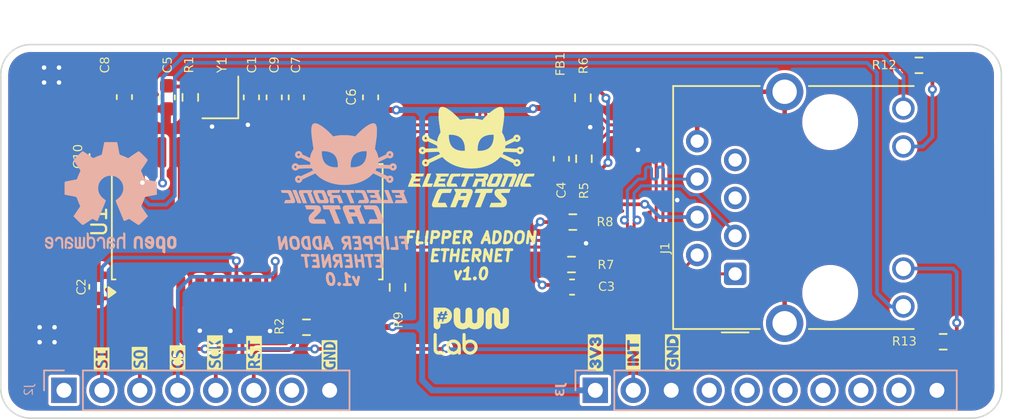
<source format=kicad_pcb>
(kicad_pcb (version 20241229) (generator "pcbnew") (generator_version "9.0")
  (layers (0 "F.Cu" signal) (2 "B.Cu" signal) (13 "F.Paste" user) (15 "B.Paste" user) (5 "F.SilkS" user "F.Silkscreen") (7 "B.SilkS" user "B.Silkscreen") (1 "F.Mask" user) (3 "B.Mask" user) (25 "Edge.Cuts" user))
  (net 0 "")
  (net 1 "GND")
  (net 2 "Net-(C3-Pad1)")
  (net 3 "/TCT")
  (net 4 "/OSC1")
  (net 5 "+3.3V")
  (net 6 "/CS")
  (net 8 "/INT")
  (net 9 "/SO")
  (net 10 "Net-(J1-Pad11)")
  (net 12 "Net-(J1-Pad10)")
  (net 13 "/LEDA")
  (net 14 "/LEDB")
  (net 15 "/OSC2")
  (net 16 "Net-(C5-Pad1)")
  (net 18 "/RD+")
  (net 19 "/TD-")
  (net 20 "/TD+")
  (net 21 "/RD-")
  (net 23 "/SCK")
  (net 24 "/SI")
  (net 31 "/RESET")
  (net 32 "Net-(J1-Pad8)")
  (net 33 "Net-(U1-VCAP)")
  (net 34 "Net-(U1-RBIAS)")
  (footprint "Package_SO:SOIC-28W_7.5x17.9mm_P1.27mm" (layer "F.Cu") (at 132.525 56.99 90)
    (property "Reference" "U1")
    (property "Value" "ENC28J60x-SO")
  )
  (footprint "kibuzzard-684C6B2A" (layer "F.Cu") (at 132.98 65.810802 90)
    (property "Reference" "kibuzzard-684C6B2A" (hide yes))
    (property "Value" "G***" (hide yes))
  )
  (footprint "Capacitor_SMD:C_0603_1608Metric" (layer "F.Cu") (at 132.805 48.665 90)
    (property "Reference" "C1")
    (property "Value" "18pF")
  )
  (footprint "kibuzzard-6706FBB6" (layer "F.Cu") (at 160.99 65.76 90)
    (property "Reference" "kibuzzard-6706FBB6" (hide yes))
    (property "Value" "G***" (hide yes))
  )
  (footprint "CatSniffer:calderon" (layer "F.Cu") (at 147.52 64.31)
    (property "Reference" "G***" (hide yes))
    (property "Value" "LOGO" (hide yes))
  )
  (footprint "Resistor_SMD:R_0603_1608Metric" (layer "F.Cu") (at 177.48 46.52 180)
    (property "Reference" "R12")
    (property "Value" "51R")
  )
  (footprint "Capacitor_SMD:C_0603_1608Metric" (layer "F.Cu") (at 140.78 48.665 90)
    (property "Reference" "C6")
    (property "Value" "0.1uF")
  )
  (footprint "Crystal:Crystal_SMD_SeikoEpson_FA128-4Pin_2.0x1.6mm" (layer "F.Cu") (at 130.725 48.665 90)
    (property "Reference" "Y1")
    (property "Value" "25MHz" (hide yes))
  )
  (footprint "kibuzzard-6706FC38" (layer "F.Cu") (at 158.35 65.76 90)
    (property "Reference" "kibuzzard-6706FC38" (hide yes))
    (property "Value" "G***" (hide yes))
  )
  (footprint "kibuzzard-684C6B5F" (layer "F.Cu") (at 122.78 66.196801 90)
    (property "Reference" "kibuzzard-684C6B5F" (hide yes))
    (property "Value" "G***" (hide yes))
  )
  (footprint "Resistor_SMD:R_0603_1608Metric" (layer "F.Cu") (at 155.06 52.77 -90)
    (property "Reference" "R5")
    (property "Value" "49.9R")
  )
  (footprint "Capacitor_SMD:C_0603_1608Metric" (layer "F.Cu") (at 122.48 52.6 -90)
    (property "Reference" "C10")
    (property "Value" "0.1uF")
  )
  (footprint "Resistor_SMD:R_0603_1608Metric" (layer "F.Cu") (at 142.585 61.38 90)
    (property "Reference" "R9")
    (property "Value" "2.32K")
  )
  (footprint "kibuzzard-684C6B3B" (layer "F.Cu") (at 130.36 65.792709 90)
    (property "Reference" "kibuzzard-684C6B3B" (hide yes))
    (property "Value" "G***" (hide yes))
  )
  (footprint "Capacitor_SMD:C_0603_1608Metric" (layer "F.Cu") (at 134.33 48.665 -90)
    (property "Reference" "C9")
    (property "Value" "0.1uF")
  )
  (footprint "Resistor_SMD:R_0603_1608Metric" (layer "F.Cu") (at 128.715 48.665 -90)
    (property "Reference" "R1")
    (property "Value" "100R")
  )
  (footprint "Capacitor_SMD:C_0603_1608Metric" (layer "F.Cu") (at 124.305 48.645 -90)
    (property "Reference" "C8")
    (property "Value" "0.1uF")
  )
  (footprint "Resistor_SMD:R_0603_1608Metric" (layer "F.Cu") (at 136.49 64.05 180)
    (property "Reference" "R2")
    (property "Value" "10K")
  )
  (footprint "Capacitor_SMD:C_0603_1608Metric" (layer "F.Cu") (at 154.265 61.36)
    (property "Reference" "C3")
    (property "Value" "0.1uF")
  )
  (footprint "Capacitor_SMD:C_0603_1608Metric" (layer "F.Cu") (at 153.55 52.775 90)
    (property "Reference" "C4")
    (property "Value" "0.1uF")
  )
  (footprint "Connector_RJ:RJ45_Hanrun_HR911105A_Horizontal" (layer "F.Cu") (at 165.18 60.475 90)
    (property "Reference" "J1")
    (property "Value" "RJ45_Hanrun_HR911105A_Horizontal")
  )
  (footprint "kibuzzard-684C6B35" (layer "F.Cu") (at 138.03 65.956198 90)
    (property "Reference" "kibuzzard-684C6B35" (hide yes))
    (property "Value" "G***" (hide yes))
  )
  (footprint "kibuzzard-6706FE25" (layer "F.Cu") (at 155.83 65.76 90)
    (property "Reference" "kibuzzard-6706FE25" (hide yes))
    (property "Value" "G***" (hide yes))
  )
  (footprint "Capacitor_SMD:C_0603_1608Metric" (layer "F.Cu") (at 122.465 61.345 90)
    (property "Reference" "C2")
    (property "Value" "10uF")
  )
  (footprint "Capacitor_SMD:C_0603_1608Metric" (layer "F.Cu") (at 135.81 48.665 90)
    (property "Reference" "C7")
    (property "Value" "0.1uF")
  )
  (footprint "FLIPPER_ETHERNET:BLM18SP221SN1B" (layer "F.Cu") (at 153.49 48.7 90)
    (property "Reference" "FB1")
    (property "Value" "FerriteBead 80 mA" (hide yes))
  )
  (footprint "Resistor_SMD:R_0603_1608Metric" (layer "F.Cu") (at 154.315 57.01)
    (property "Reference" "R8")
    (property "Value" "49.9R")
  )
  (footprint "Resistor_SMD:R_0603_1608Metric" (layer "F.Cu") (at 179.1 65.02 180)
    (property "Reference" "R13")
    (property "Value" "51R")
  )
  (footprint "Resistor_SMD:R_0603_1608Metric" (layer "F.Cu") (at 154.99 48.695 -90)
    (property "Reference" "R6")
    (property "Value" "49.9R")
  )
  (footprint "Resistor_SMD:R_0603_1608Metric" (layer "F.Cu") (at 154.225 59.85 180)
    (property "Reference" "R7")
    (property "Value" "49.9R")
  )
  (footprint "kibuzzard-684C6B44" (layer "F.Cu") (at 125.32 66.18 90)
    (property "Reference" "kibuzzard-684C6B44" (hide yes))
    (property "Value" "G***" (hide yes))
  )
  (footprint "Capacitor_SMD:C_0603_1608Metric" (layer "F.Cu") (at 127.165 48.665 -90)
    (property "Reference" "C5")
    (property "Value" "18pF")
  )
  (footprint "kibuzzard-684C6B3F" (layer "F.Cu") (at 127.86 66.12615 90)
    (property "Reference" "kibuzzard-684C6B3F" (hide yes))
    (property "Value" "G***" (hide yes))
  )
  (footprint "Aesthetics:electronic_cats_logo_8x6" (layer "F.Cu") (at 147.51887 52.66)
    (property "Reference" "G***" (hide yes))
    (property "Value" "LOGO" (hide yes))
  )
  (footprint "Symbol:OSHW-Logo2_9.8x8mm_SilkScreen" (layer "B.Cu") (at 123.39 55.37 180)
    (property "Reference" "REF**" (hide yes))
    (property "Value" "OSHW-Logo2_9.8x8mm_SilkScreen" (hide yes))
  )
  (footprint "Aesthetics:electronic_cats_logo_8x6" (layer "B.Cu") (at 139.016875 53.76 180)
    (property "Reference" "G***" (hide yes))
    (property "Value" "LOGO" (hide yes))
  )
  (footprint "Connector_PinHeader_2.54mm:PinHeader_1x08_P2.54mm_Vertical" (layer "B.Cu") (at 120.26 68.27 -90)
    (property "Reference" "J2")
    (property "Value" "Conn_01x08_Socket")
  )
  (footprint "Connector_PinHeader_2.54mm:PinHeader_1x10_P2.54mm_Vertical" (layer "B.Cu") (at 155.82 68.27 -90)
    (property "Reference" "J3")
    (property "Value" "Conn_01x10_Socket")
  )
  (gr_line (start 180.9888 45.13) (end 118.0476 45.13) (stroke (width 0.1)) (layer "Edge.Cuts"))
  (gr_arc (start 180.9888 45.13) (mid 182.40768 45.71772) (end 182.9954 47.1366) (stroke (width 0.1)) (layer "Edge.Cuts"))
  (gr_line (start 181.03 70.13) (end 118.03 70.13) (stroke (width 0.1)) (layer "Edge.Cuts"))
  (gr_line (start 116.03 68.13) (end 116.0334 47.1366) (stroke (width 0.1)) (layer "Edge.Cuts"))
  (gr_arc (start 116.0334 47.1366) (mid 116.62112 45.71772) (end 118.04 45.13) (stroke (width 0.1)) (layer "Edge.Cuts"))
  (gr_arc (start 118.03 70.13) (mid 116.615786 69.544214) (end 116.03 68.13) (stroke (width 0.1)) (layer "Edge.Cuts"))
  (gr_arc (start 183.03 68.13) (mid 182.444214 69.544214) (end 181.03 70.13) (stroke (width 0.1)) (layer "Edge.Cuts"))
  (gr_line (start 183.03 68.13) (end 182.9954 47.1366) (stroke (width 0.1)) (layer "Edge.Cuts"))
  (gr_text "FLIPPER ADDON\nETHERNET\nv1.0" (at 147.471995 59.27 0) (layer "F.SilkS") (effects (font (size 0.75 0.75) (thickness 0.1875) (bold yes) (italic yes))))
  (gr_text "FLIPPER ADDON\nETHERNET\nv1.0" (at 138.97 59.65 0) (layer "B.SilkS") (effects (font (size 0.75 0.75) (thickness 0.1875) (bold yes) (italic yes)) (justify mirror)))
  (segment (start 132.57 50.5) (end 132.66 50.59) (width 0.4) (layer "F.Cu") (net 1))
  (segment (start 132.96 50.59) (end 133.16 50.79) (width 0.4) (layer "F.Cu") (net 1))
  (segment (start 132.66 50.59) (end 132.96 50.59) (width 0.4) (layer "F.Cu") (net 1))
  (segment (start 133.16 50.79) (end 133.16 52.34) (width 0.4) (layer "F.Cu") (net 1))
  (segment (start 131.89 51.18) (end 132.57 50.5) (width 0.4) (layer "F.Cu") (net 1))
  (segment (start 131.89 52.34) (end 131.89 51.18) (width 0.4) (layer "F.Cu") (net 1))
  (via (at 132.57 50.5) (size 0.6) (drill 0.3) (layers "F.Cu" "B.Cu") (net 1))
  (via (at 155.48 50.66) (size 0.6) (drill 0.3) (layers "F.Cu" "B.Cu") (net 1))
  (via (at 134.05 64.3) (size 0.6) (drill 0.3) (layers "F.Cu" "B.Cu") (net 1))
  (via (at 119.93 46.67) (size 0.6) (drill 0.3) (layers "F.Cu" "B.Cu") (net 1))
  (via (at 119.63 64.05) (size 0.6) (drill 0.3) (layers "F.Cu" "B.Cu") (net 1))
  (via (at 118.63 65.05) (size 0.6) (drill 0.3) (layers "F.Cu" "B.Cu") (net 1))
  (via (at 119.93 47.67) (size 0.6) (drill 0.3) (layers "F.Cu" "B.Cu") (net 1))
  (via (at 161.3 55.54) (size 0.6) (drill 0.3) (layers "F.Cu" "B.Cu") (net 1))
  (via (at 158.68 52.18) (size 0.6) (drill 0.3) (layers "F.Cu" "B.Cu") (net 1))
  (via (at 130.17 50.62) (size 0.6) (drill 0.3) (layers "F.Cu" "B.Cu") (net 1))
  (via (at 155.2 58.43) (size 0.6) (drill 0.3) (layers "F.Cu" "B.Cu") (net 1))
  (via (at 131.4 64.29) (size 0.6) (drill 0.3) (layers "F.Cu" "B.Cu") (net 1))
  (via (at 129.35 64.28) (size 0.6) (drill 0.3) (layers "F.Cu" "B.Cu") (net 1))
  (via (at 118.93 46.67) (size 0.6) (drill 0.3) (layers "F.Cu" "B.Cu") (net 1))
  (via (at 118.93 47.67) (size 0.6) (drill 0.3) (layers "F.Cu" "B.Cu") (net 1))
  (via (at 119.63 65.05) (size 0.6) (drill 0.3) (layers "F.Cu" "B.Cu") (net 1))
  (via (at 118.63 64.05) (size 0.6) (drill 0.3) (layers "F.Cu" "B.Cu") (net 1))
  (segment (start 153.35 61.22) (end 153.49 61.36) (width 0.25) (layer "F.Cu") (net 2))
  (segment (start 153.49 59.94) (end 153.4 59.85) (width 0.25) (layer "F.Cu") (net 2))
  (segment (start 152.16 57.01) (end 152.14 56.99) (width 0.25) (layer "F.Cu") (net 2))
  (segment (start 153.49 57.01) (end 152.16 57.01) (width 0.25) (layer "F.Cu") (net 2))
  (segment (start 152.27 61.22) (end 153.35 61.22) (width 0.25) (layer "F.Cu") (net 2))
  (segment (start 153.49 61.36) (end 153.49 59.94) (width 0.25) (layer "F.Cu") (net 2))
  (via (at 152.27 61.22) (size 0.6) (drill 0.3) (layers "F.Cu" "B.Cu") (net 2))
  (via (at 152.14 56.99) (size 0.6) (drill 0.3) (layers "F.Cu" "B.Cu") (net 2))
  (segment (start 151.8 57.33) (end 152.14 56.99) (width 0.25) (layer "B.Cu") (net 2))
  (segment (start 152.27 61.22) (end 151.8 60.75) (width 0.25) (layer "B.Cu") (net 2))
  (segment (start 151.8 60.75) (end 151.8 57.33) (width 0.25) (layer "B.Cu") (net 2))
  (segment (start 154.835 48.025) (end 154.99 47.87) (width 0.25) (layer "F.Cu") (net 3))
  (segment (start 155.06 53.595) (end 156.105 53.595) (width 0.25) (layer "F.Cu") (net 3))
  (segment (start 156.105 53.595) (end 156.67 53.03) (width 0.25) (layer "F.Cu") (net 3))
  (segment (start 155.75 47.87) (end 154.99 47.87) (width 0.25) (layer "F.Cu") (net 3))
  (segment (start 153.49 48.025) (end 154.835 48.025) (width 0.25) (layer "F.Cu") (net 3))
  (segment (start 155.015 53.55) (end 155.06 53.595) (width 0.25) (layer "F.Cu") (net 3))
  (segment (start 159.13 55.82) (end 155.66 55.82) (width 0.25) (layer "F.Cu") (net 3))
  (segment (start 156.53 48.72) (end 156.53 48.65) (width 0.25) (layer "F.Cu") (net 3))
  (segment (start 155.66 55.82) (end 155.06 55.22) (width 0.25) (layer "F.Cu") (net 3))
  (segment (start 155.06 55.22) (end 155.06 53.595) (width 0.25) (layer "F.Cu") (net 3))
  (segment (start 153.55 53.55) (end 155.015 53.55) (width 0.25) (layer "F.Cu") (net 3))
  (segment (start 156.53 48.65) (end 155.75 47.87) (width 0.25) (layer "F.Cu") (net 3))
  (via (at 159.13 55.82) (size 0.6) (drill 0.3) (layers "F.Cu" "B.Cu") (net 3))
  (via (at 156.53 48.72) (size 0.6) (drill 0.3) (layers "F.Cu" "B.Cu") (net 3))
  (via (at 156.67 53.03) (size 0.6) (drill 0.3) (layers "F.Cu" "B.Cu") (net 3))
  (segment (start 156.53 48.72) (end 156.67 48.86) (width 0.25) (layer "B.Cu") (net 3))
  (segment (start 162.64 56.675) (end 160.125 56.675) (width 0.25) (layer "B.Cu") (net 3))
  (segment (start 156.67 48.86) (end 156.67 53.03) (width 0.25) (layer "B.Cu") (net 3))
  (segment (start 160.125 56.675) (end 159.27 55.82) (width 0.25) (layer "B.Cu") (net 3))
  (segment (start 159.27 55.82) (end 159.13 55.82) (width 0.25) (layer "B.Cu") (net 3))
  (segment (start 131.3 50.635001) (end 131.3 49.39) (width 0.25) (layer "F.Cu") (net 4))
  (segment (start 132.755 49.39) (end 132.805 49.44) (width 0.25) (layer "F.Cu") (net 4))
  (segment (start 130.62 52.34) (end 130.62 51.315001) (width 0.25) (layer "F.Cu") (net 4))
  (segment (start 131.3 49.39) (end 132.755 49.39) (width 0.25) (layer "F.Cu") (net 4))
  (segment (start 130.62 51.315001) (end 131.3 50.635001) (width 0.25) (layer "F.Cu") (net 4))
  (segment (start 137.315 64.05) (end 137.33 64.035) (width 0.4) (layer "F.Cu") (net 5))
  (segment (start 123.25 57.02) (end 122.48 56.25) (width 0.4) (layer "F.Cu") (net 5))
  (segment (start 128.08 56.51) (end 128.1 56.51) (width 0.4) (layer "F.Cu") (net 5))
  (segment (start 133.806353 57.02) (end 128.61 57.02) (width 0.4) (layer "F.Cu") (net 5))
  (segment (start 134.33 49.44) (end 134.33 52.24) (width 0.4) (layer "F.Cu") (net 5))
  (segment (start 124.305 52.305) (end 124.27 52.34) (width 0.4) (layer "F.Cu") (net 5))
  (segment (start 153.49 49.375) (end 151.705 49.375) (width 0.4) (layer "F.Cu") (net 5))
  (segment (start 123.235 53.375) (end 124.27 52.34) (width 0.4) (layer "F.Cu") (net 5))
  (segment (start 140.85 49.51) (end 140.78 49.44) (width 0.4) (layer "F.Cu") (net 5))
  (segment (start 142.5 49.51) (end 140.85 49.51) (width 0.4) (layer "F.Cu") (net 5))
  (segment (start 127.62 57.02) (end 123.25 57.02) (width 0.4) (layer "F.Cu") (net 5))
  (segment (start 122.48 53.375) (end 123.235 53.375) (width 0.4) (layer "F.Cu") (net 5))
  (segment (start 124.305 49.42) (end 124.305 52.305) (width 0.4) (layer "F.Cu") (net 5))
  (segment (start 128.08 56.92) (end 128.18 57.02) (width 0.4) (layer "F.Cu") (net 5))
  (segment (start 128.18 57.02) (end 127.62 57.02) (width 0.4) (layer "F.Cu") (net 5))
  (segment (start 134.33 52.24) (end 134.43 52.34) (width 0.4) (layer "F.Cu") (net 5))
  (segment (start 134.43 52.34) (end 134.43 56.396353) (width 0.4) (layer "F.Cu") (net 5))
  (segment (start 128.1 56.54) (end 127.62 57.02) (width 0.4) (layer "F.Cu") (net 5))
  (segment (start 128.61 57.02) (end 128.18 57.02) (width 0.4) (layer "F.Cu") (net 5))
  (segment (start 135.7 52.34) (end 135.7 49.55) (width 0.4) (layer "F.Cu") (net 5))
  (segment (start 128.08 56.51) (end 128.08 56.92) (width 0.4) (layer "F.Cu") (net 5))
  (segment (start 137.33 64.035) (end 142.225 64.035) (width 0.4) (layer "F.Cu") (net 5))
  (segment (start 134.43 56.396353) (end 133.806353 57.02) (width 0.4) (layer "F.Cu") (net 5))
  (segment (start 128.1 56.51) (end 128.61 57.02) (width 0.4) (layer "F.Cu") (net 5))
  (segment (start 128.1 56.51) (end 128.1 56.54) (width 0.4) (layer "F.Cu") (net 5))
  (segment (start 151.705 49.375) (end 151.66 49.42) (width 0.4) (layer "F.Cu") (net 5))
  (segment (start 135.7 49.55) (end 135.81 49.44) (width 0.4) (layer "F.Cu") (net 5))
  (segment (start 142.225 64.035) (end 142.25 64.01) (width 0.4) (layer "F.Cu") (net 5))
  (segment (start 140.78 52.34) (end 140.78 49.44) (width 0.4) (layer "F.Cu") (net 5))
  (segment (start 122.48 56.25) (end 122.48 53.375) (width 0.4) (layer "F.Cu") (net 5))
  (segment (start 140.78 49.44) (end 134.33 49.44) (width 0.4) (layer "F.Cu") (net 5))
  (segment (start 128.08 52.34) (end 128.08 56.51) (width 0.4) (layer "F.Cu") (net 5))
  (via (at 142.5 49.51) (size 0.6) (drill 0.3) (layers "F.Cu" "B.Cu") (net 5))
  (via (at 142.25 64.01) (size 0.6) (drill 0.3) (layers "F.Cu" "B.Cu") (net 5))
  (via (at 151.66 49.42) (size 0.6) (drill 0.3) (layers "F.Cu" "B.Cu") (net 5))
  (segment (start 144.23 49.87) (end 144.49 49.61) (width 0.4) (layer "B.Cu") (net 5))
  (segment (start 144.9 68.27) (end 144.23 67.6) (width 0.4) (layer "B.Cu") (net 5))
  (segment (start 143.81 63.99) (end 143.89 63.99) (width 0.4) (layer "B.Cu") (net 5))
  (segment (start 144.23 67.6) (end 144.23 64.36) (width 0.4) (layer "B.Cu") (net 5))
  (segment (start 144.23 63.65) (end 144.23 49.87) (width 0.4) (layer "B.Cu") (net 5))
  (segment (start 144.22 49.51) (end 144.49 49.51) (width 0.4) (layer "B.Cu") (net 5))
  (segment (start 142.25 64.01) (end 142.27 63.99) (width 0.4) (layer "B.Cu") (net 5))
  (segment (start 144.23 64.36) (end 144.23 63.99) (width 0.4) (layer "B.Cu") (net 5))
  (segment (start 143.86 63.99) (end 144.23 64.36) (width 0.4) (layer "B.Cu") (net 5))
  (segment (start 142.5 49.51) (end 143.87 49.51) (width 0.4) (layer "B.Cu") (net 5))
  (segment (start 144.23 49.87) (end 144.23 49.52) (width 0.4) (layer "B.Cu") (net 5))
  (segment (start 143.81 63.99) (end 144.23 63.99) (width 0.4) (layer "B.Cu") (net 5))
  (segment (start 143.89 63.99) (end 144.23 63.65) (width 0.4) (layer "B.Cu") (net 5))
  (segment (start 144.23 49.87) (end 143.87 49.51) (width 0.4) (layer "B.Cu") (net 5))
  (segment (start 142.27 63.99) (end 143.81 63.99) (width 0.4) (layer "B.Cu") (net 5))
  (segment (start 155.82 68.27) (end 144.9 68.27) (width 0.4) (layer "B.Cu") (net 5))
  (segment (start 144.49 49.51) (end 151.57 49.51) (width 0.4) (layer "B.Cu") (net 5))
  (segment (start 151.57 49.51) (end 151.66 49.42) (width 0.4) (layer "B.Cu") (net 5))
  (segment (start 144.23 49.52) (end 144.22 49.51) (width 0.4) (layer "B.Cu") (net 5))
  (segment (start 143.81 63.99) (end 143.86 63.99) (width 0.4) (layer "B.Cu") (net 5))
  (segment (start 143.87 49.51) (end 144.22 49.51) (width 0.4) (layer "B.Cu") (net 5))
  (segment (start 144.49 49.61) (end 144.49 49.51) (width 0.4) (layer "B.Cu") (net 5))
  (segment (start 144.23 63.99) (end 144.23 63.65) (width 0.4) (layer "B.Cu") (net 5))
  (segment (start 134.43 59.66) (end 134.4 59.63) (width 0.25) (layer "F.Cu") (net 6))
  (segment (start 134.43 61.64) (end 134.43 59.66) (width 0.25) (layer "F.Cu") (net 6))
  (via (at 134.4 59.63) (size 0.6) (drill 0.3) (layers "F.Cu" "B.Cu") (net 6))
  (segment (start 127.88 68.27) (end 127.88 61.57) (width 0.25) (layer "B.Cu") (net 6))
  (segment (start 134.4 60.29) (end 134.4 59.63) (width 0.25) (layer "B.Cu") (net 6))
  (segment (start 127.88 61.57) (end 128.78 60.67) (width 0.25) (layer "B.Cu") (net 6))
  (segment (start 128.78 60.67) (end 134.02 60.67) (width 0.25) (layer "B.Cu") (net 6))
  (segment (start 134.02 60.67) (end 134.4 60.29) (width 0.25) (layer "B.Cu") (net 6))
  (segment (start 145.81 65.47) (end 145.78 65.5) (width 0.25) (layer "F.Cu") (net 8))
  (segment (start 129.7 65.5) (end 128.62 65.5) (width 0.25) (layer "F.Cu") (net 8))
  (segment (start 128.08 64.96) (end 128.08 61.64) (width 0.25) (layer "F.Cu") (net 8))
  (segment (start 145.78 65.5) (end 137.04 65.5) (width 0.25) (layer "F.Cu") (net 8))
  (segment (start 128.62 65.5) (end 128.08 64.96) (width 0.25) (layer "F.Cu") (net 8))
  (via (at 145.81 65.47) (size 0.6) (drill 0.3) (layers "F.Cu" "B.Cu") (net 8))
  (via (at 129.7 65.5) (size 0.6) (drill 0.3) (layers "F.Cu" "B.Cu") (net 8))
  (via (at 137.04 65.5) (size 0.6) (drill 0.3) (layers "F.Cu" "B.Cu") (net 8))
  (segment (start 158.36 68.27) (end 158.36 65.97) (width 0.25) (layer "B.Cu") (net 8))
  (segment (start 145.86 65.52) (end 145.81 65.47) (width 0.25) (layer "B.Cu") (net 8))
  (segment (start 158.36 65.97) (end 157.91 65.52) (width 0.25) (layer "B.Cu") (net 8))
  (segment (start 157.91 65.52) (end 145.86 65.52) (width 0.25) (layer "B.Cu") (net 8))
  (segment (start 137.04 65.5) (end 129.7 65.5) (width 0.25) (layer "B.Cu") (net 8))
  (segment (start 130.005 66.175) (end 130.62 65.56) (width 0.25) (layer "F.Cu") (net 9))
  (segment (start 125.34 68.27) (end 125.34 66.96) (width 0.25) (layer "F.Cu") (net 9))
  (segment (start 126.125 66.175) (end 130.005 66.175) (width 0.25) (layer "F.Cu") (net 9))
  (segment (start 130.62 65.56) (end 130.62 61.64) (width 0.25) (layer "F.Cu") (net 9))
  (segment (start 125.34 66.96) (end 126.125 66.175) (width 0.25) (layer "F.Cu") (net 9))
  (segment (start 178.38 46.595) (end 178.305 46.52) (width 0.25) (layer "F.Cu") (net 10))
  (segment (start 178.38 48.13) (end 178.38 46.595) (width 0.25) (layer "F.Cu") (net 10))
  (via (at 178.38 48.13) (size 0.6) (drill 0.3) (layers "F.Cu" "B.Cu") (net 10))
  (segment (start 178.38 51.31) (end 178.38 48.13) (width 0.25) (layer "B.Cu") (net 10))
  (segment (start 177.74 51.95) (end 178.21 51.48) (width 0.25) (layer "B.Cu") (net 10))
  (segment (start 178.21 51.48) (end 178.38 51.31) (width 0.25) (layer "B.Cu") (net 10))
  (segment (start 176.44 51.95) (end 177.74 51.95) (width 0.25) (layer "B.Cu") (net 10))
  (segment (start 180.01 63.75) (end 180.01 64.935) (width 0.25) (layer "F.Cu") (net 12))
  (segment (start 180.01 64.935) (end 179.925 65.02) (width 0.25) (layer "F.Cu") (net 12))
  (via (at 180.01 63.75) (size 0.6) (drill 0.3) (layers "F.Cu" "B.Cu") (net 12))
  (segment (start 180.01 60.38) (end 179.75 60.12) (width 0.25) (layer "B.Cu") (net 12))
  (segment (start 180.01 63.75) (end 180.01 60.38) (width 0.25) (layer "B.Cu") (net 12))
  (segment (start 179.75 60.12) (end 176.44 60.12) (width 0.25) (layer "B.Cu") (net 12))
  (segment (start 125.54 54.34) (end 125.51 54.37) (width 0.25) (layer "F.Cu") (net 13))
  (segment (start 125.54 52.34) (end 125.54 54.34) (width 0.25) (layer "F.Cu") (net 13))
  (via (at 125.51 54.37) (size 0.6) (drill 0.3) (layers "F.Cu" "B.Cu") (net 13))
  (segment (start 125.97 55.85) (end 127.09 55.85) (width 0.25) (layer "B.Cu") (net 13))
  (segment (start 174.67 61.76) (end 175.57 62.66) (width 0.25) (layer "B.Cu") (net 13))
  (segment (start 127.68 55.26) (end 127.68 47.33) (width 0.25) (layer "B.Cu") (net 13))
  (segment (start 174.67 47.01) (end 174.67 61.76) (width 0.25) (layer "B.Cu") (net 13))
  (segment (start 125.51 54.37) (end 125.51 55.39) (width 0.25) (layer "B.Cu") (net 13))
  (segment (start 127.09 55.85) (end 127.68 55.26) (width 0.25) (layer "B.Cu") (net 13))
  (segment (start 175.57 62.66) (end 176.44 62.66) (width 0.25) (layer "B.Cu") (net 13))
  (segment (start 128.659 46.351) (end 174.011 46.351) (width 0.25) (layer "B.Cu") (net 13))
  (segment (start 127.68 47.33) (end 128.659 46.351) (width 0.25) (layer "B.Cu") (net 13))
  (segment (start 125.51 55.39) (end 125.97 55.85) (width 0.25) (layer "B.Cu") (net 13))
  (segment (start 174.011 46.351) (end 174.67 47.01) (width 0.25) (layer "B.Cu") (net 13))
  (segment (start 126.81 54.35) (end 126.86 54.4) (width 0.25) (layer "F.Cu") (net 14))
  (segment (start 126.81 52.34) (end 126.81 54.35) (width 0.25) (layer "F.Cu") (net 14))
  (via (at 126.86 54.4) (size 0.6) (drill 0.3) (layers "F.Cu" "B.Cu") (net 14))
  (segment (start 175.06 45.9) (end 176.44 47.28) (width 0.25) (layer "B.Cu") (net 14))
  (segment (start 128.28 45.9) (end 175.06 45.9) (width 0.25) (layer "B.Cu") (net 14))
  (segment (start 126.86 47.32) (end 128.28 45.9) (width 0.25) (layer "B.Cu") (net 14))
  (segment (start 126.86 54.4) (end 126.86 47.32) (width 0.25) (layer "B.Cu") (net 14))
  (segment (start 176.44 47.28) (end 176.44 49.41) (width 0.25) (layer "B.Cu") (net 14))
  (segment (start 129.35 52.34) (end 129.35 50.125) (width 0.25) (layer "F.Cu") (net 15))
  (segment (start 129.35 50.125) (end 128.715 49.49) (width 0.25) (layer "F.Cu") (net 15))
  (segment (start 130.15 47.94) (end 127.215 47.94) (width 0.25) (layer "F.Cu") (net 16))
  (segment (start 127.215 47.94) (end 127.165 47.89) (width 0.25) (layer "F.Cu") (net 16))
  (segment (start 147.408984 58.12) (end 147.408984 58.8) (width 0.2) (layer "F.Cu") (net 18))
  (segment (start 145.823979 58.685001) (end 145.23 58.685001) (width 0.2) (layer "F.Cu") (net 18))
  (segment (start 157.884999 58.675001) (end 156.324999 58.675001) (width 0.2) (layer "F.Cu") (net 18))
  (segment (start 147.693985 57.299713) (end 147.523983 57.299713) (width 0.2) (layer "F.Cu") (net 18))
  (segment (start 153.925001 58.685001) (end 148.373985 58.685001) (width 0.2) (layer "F.Cu") (net 18))
  (segment (start 158.417066 58.142934) (end 157.884999 58.675001) (width 0.2) (layer "F.Cu") (net 18))
  (segment (start 139.1 60.505) (end 139.51 60.915) (width 0.2) (layer "F.Cu") (net 18))
  (segment (start 145.993981 58.685001) (end 145.823979 58.685001) (width 0.2) (layer "F.Cu") (net 18))
  (segment (start 139.464999 58.685001) (end 139.1 59.05) (width 0.2) (layer "F.Cu") (net 18))
  (segment (start 139.51 61.64) (end 139.51 62.365) (width 0.2) (layer "F.Cu") (net 18))
  (segment (start 139.51 60.915) (end 139.51 61.64) (width 0.2) (layer "F.Cu") (net 18))
  (segment (start 156.324999 58.675001) (end 155.12 59.88) (width 0.2) (layer "F.Cu") (net 18))
  (segment (start 155.12 59.88) (end 153.925001 58.685001) (width 0.2) (layer "F.Cu") (net 18))
  (segment (start 158.617065 56.88) (end 158.417066 57.079999) (width 0.2) (layer "F.Cu") (net 18))
  (segment (start 139.1 59.05) (end 139.1 60.505) (width 0.2) (layer "F.Cu") (net 18))
  (segment (start 147.408984 57.414712) (end 147.408984 58.12) (width 0.2) (layer "F.Cu") (net 18))
  (segment (start 147.808984 58.12) (end 147.808984 57.414712) (width 0.2) (layer "F.Cu") (net 18))
  (segment (start 158.417066 57.079999) (end 158.417066 58.142934) (width 0.2) (layer "F.Cu") (net 18))
  (segment (start 147.408984 58.8) (end 147.408984 59.505312) (width 0.2) (layer "F.Cu") (net 18))
  (segment (start 145.23 58.685001) (end 139.464999 58.685001) (width 0.2) (layer "F.Cu") (net 18))
  (segment (start 146.843983 60.070313) (end 146.673981 60.070313) (width 0.2) (layer "F.Cu") (net 18))
  (segment (start 146.10898 59.505312) (end 146.10898 58.8) (width 0.2) (layer "F.Cu") (net 18))
  (via (at 158.617065 56.88) (size 0.6) (drill 0.3) (layers "F.Cu" "B.Cu") (net 18))
  (arc (start 147.523983 57.299713) (mid 147.442666 57.333395) (end 147.408984 57.414712) (width 0.2) (layer "F.Cu") (net 18))
  (arc (start 146.10898 58.8) (mid 146.075298 58.718683) (end 145.993981 58.685001) (width 0.2) (layer "F.Cu") (net 18))
  (arc (start 148.373985 58.685001) (mid 147.974469 58.519516) (end 147.808984 58.12) (width 0.2) (layer "F.Cu") (net 18))
  (arc (start 146.673981 60.070313) (mid 146.274465 59.904828) (end 146.10898 59.505312) (width 0.2) (layer "F.Cu") (net 18))
  (arc (start 147.408984 59.505312) (mid 147.243499 59.904828) (end 146.843983 60.070313) (width 0.2) (layer "F.Cu") (net 18))
  (arc (start 147.808984 57.414712) (mid 147.775302 57.333395) (end 147.693985 57.299713) (width 0.2) (layer "F.Cu") (net 18))
  (segment (start 165.18 57.728661) (end 162.637339 55.186) (width 0.2) (layer "B.Cu") (net 18))
  (segment (start 158.417066 55.061133) (end 158.417066 56.680001) (width 0.2) (layer "B.Cu") (net 18))
  (segment (start 162.637339 55.186) (end 162.204661 55.186) (width 0.2) (layer "B.Cu") (net 18))
  (segment (start 162.204661 55.186) (end 161.603662 54.585001) (width 0.2) (layer "B.Cu") (net 18))
  (segment (start 158.417066 56.680001) (end 158.617065 56.88) (width 0.2) (layer "B.Cu") (net 18))
  (segment (start 158.893198 54.585001) (end 158.417066 55.061133) (width 0.2) (layer "B.Cu") (net 18))
  (segment (start 161.603662 54.585001) (end 158.893198 54.585001) (width 0.2) (layer "B.Cu") (net 18))
  (segment (start 165.18 57.935) (end 165.18 57.728661) (width 0.2) (layer "B.Cu") (net 18))
  (segment (start 147.928285 50.505) (end 147.848285 50.505) (width 0.2) (layer "F.Cu") (net 19))
  (segment (start 139.1 54.211802) (end 139.1 53.475) (width 0.2) (layer "F.Cu") (net 19))
  (segment (start 148.088285 49.79132) (end 148.088285 50.345) (width 0.2) (layer "F.Cu") (net 19))
  (segment (start 143.636802 50.505) (end 142.535 51.606802) (width 0.2) (layer "F.Cu") (net 19))
  (segment (start 142.535 51.606802) (end 142.535 54.078606) (width 0.2) (layer "F.Cu") (net 19))
  (segment (start 139.51 53.065) (end 139.51 52.34) (width 0.2) (layer "F.Cu") (net 19))
  (segment (start 149.128285 49.63132) (end 149.048285 49.63132) (width 0.2) (layer "F.Cu") (net 19))
  (segment (start 147.848285 50.505) (end 145.524814 50.505) (width 0.2) (layer "F.Cu") (net 19))
  (segment (start 161.830001 60.024999) (end 161.023197 60.024999) (width 0.2) (layer "F.Cu") (net 19))
  (segment (start 148.888285 49.79132) (end 148.888285 50.345) (width 0.2) (layer "F.Cu") (net 19))
  (segment (start 154.945 49.52) (end 153.96 50.505) (width 0.2) (layer "F.Cu") (net 19))
  (segment (start 139.527334 54.639136) (end 139.1 54.211802) (width 0.2) (layer "F.Cu") (net 19))
  (segment (start 145.524814 50.505) (end 143.636802 50.505) (width 0.2) (layer "F.Cu") (net 19))
  (segment (start 139.1 53.475) (end 139.51 53.065) (width 0.2) (layer "F.Cu") (net 19))
  (segment (start 149.288285 50.345) (end 149.288285 49.79132) (width 0.2) (layer "F.Cu") (net 19))
  (segment (start 142.535 54.078606) (end 141.97447 54.639136) (width 0.2) (layer "F.Cu") (net 19))
  (segment (start 141.97447 54.639136) (end 139.527334 54.639136) (width 0.2) (layer "F.Cu") (net 19))
  (segment (start 148.328285 49.63132) (end 148.248285 49.63132) (width 0.2) (layer "F.Cu") (net 19))
  (segment (start 160.345 51.896802) (end 158.953198 50.505) (width 0.2) (layer "F.Cu") (net 19))
  (segment (start 148.488285 50.345) (end 148.488285 49.79132) (width 0.2) (layer "F.Cu") (net 19))
  (segment (start 153.96 50.505) (end 149.448285 50.505) (width 0.2) (layer "F.Cu") (net 19))
  (segment (start 162.64 59.215) (end 161.830001 60.024999) (width 0.2) (layer "F.Cu") (net 19))
  (segment (start 148.728285 50.505) (end 148.648285 50.505) (width 0.2) (layer "F.Cu") (net 19))
  (segment (start 158.953198 50.505) (end 156.717501 50.505) (width 0.2) (layer "F.Cu") (net 19))
  (segment (start 160.345 59.346802) (end 160.345 51.896802) (width 0.2) (layer "F.Cu") (net 19))
  (segment (start 155.732501 49.52) (end 154.945 49.52) (width 0.2) (layer "F.Cu") (net 19))
  (segment (start 156.717501 50.505) (end 155.732501 49.52) (width 0.2) (layer "F.Cu") (net 19))
  (segment (start 161.023197 60.024999) (end 160.345 59.346802) (width 0.2) (layer "F.Cu") (net 19))
  (arc (start 149.288285 49.79132) (mid 149.241422 49.678183) (end 149.128285 49.63132) (width 0.2) (layer "F.Cu") (net 19))
  (arc (start 148.488285 49.79132) (mid 148.441422 49.678183) (end 148.328285 49.63132) (width 0.2) (layer "F.Cu") (net 19))
  (arc (start 149.448285 50.505) (mid 149.335148 50.458137) (end 149.288285 50.345) (width 0.2) (layer "F.Cu") (net 19))
  (arc (start 149.048285 49.63132) (mid 148.935148 49.678183) (end 148.888285 49.79132) (width 0.2) (layer "F.Cu") (net 19))
  (arc (start 148.088285 50.345) (mid 148.041422 50.458137) (end 147.928285 50.505) (width 0.2) (layer "F.Cu") (net 19))
  (arc (start 148.248285 49.63132) (mid 148.135148 49.678183) (end 148.088285 49.79132) (width 0.2) (layer "F.Cu") (net 19))
  (arc (start 148.648285 50.505) (mid 148.535148 50.458137) (end 148.488285 50.345) (width 0.2) (layer "F.Cu") (net 19))
  (arc (start 148.888285 50.345) (mid 148.841422 50.458137) (end 148.728285 50.505) (width 0.2) (layer "F.Cu") (net 19))
  (segment (start 138.65 53.475) (end 138.24 53.065) (width 0.2) (layer "F.Cu") (net 20))
  (segment (start 143.823198 50.955) (end 142.985 51.793198) (width 0.2) (layer "F.Cu") (net 20))
  (segment (start 138.65 54.398198) (end 138.65 53.475) (width 0.2) (layer "F.Cu") (net 20))
  (segment (start 153.96 50.955) (end 143.823198 50.955) (width 0.2) (layer "F.Cu") (net 20))
  (segment (start 138.24 53.065) (end 138.24 52.34) (width 0.2) (layer "F.Cu") (net 20))
  (segment (start 139.340938 55.089136) (end 138.65 54.398198) (width 0.2) (layer "F.Cu") (net 20))
  (segment (start 159.895 59.533198) (end 160.836802 60.475) (width 0.2) (layer "F.Cu") (net 20))
  (segment (start 155.732501 51.94) (end 156.717501 50.955) (width 0.2) (layer "F.Cu") (net 20))
  (segment (start 160.836802 60.475) (end 165.18 60.475) (width 0.2) (layer "F.Cu") (net 20))
  (segment (start 142.160864 55.089136) (end 139.340938 55.089136) (width 0.2) (layer "F.Cu") (net 20))
  (segment (start 142.985 51.793198) (end 142.985 54.265) (width 0.2) (layer "F.Cu") (net 20))
  (segment (start 158.766802 50.955) (end 159.895 52.083198) (width 0.2) (layer "F.Cu") (net 20))
  (segment (start 159.895 52.083198) (end 159.895 59.533198) (width 0.2) (layer "F.Cu") (net 20))
  (segment (start 154.945 51.94) (end 153.96 50.955) (width 0.2) (layer "F.Cu") (net 20))
  (segment (start 154.945 51.94) (end 155.732501 51.94) (width 0.2) (layer "F.Cu") (net 20))
  (segment (start 142.985 54.265) (end 142.160864 55.089136) (width 0.2) (layer "F.Cu") (net 20))
  (segment (start 156.717501 50.955) (end 158.766802 50.955) (width 0.2) (layer "F.Cu") (net 20))
  (segment (start 142.547936 58.234999) (end 141.317478 58.234999) (width 0.2) (layer "F.Cu") (net 21))
  (segment (start 146.958982 58.8) (end 146.958982 59.505312) (width 0.2) (layer "F.Cu") (net 21))
  (segment (start 157.767065 56.88) (end 157.967064 57.079999) (width 0.2) (layer "F.Cu") (net 21))
  (segment (start 157.967064 57.956542) (end 157.698607 58.224999) (width 0.2) (layer "F.Cu") (net 21))
  (segment (start 143.187936 58.074999) (end 143.187936 57.965459) (width 0.2) (layer "F.Cu") (net 21))
  (segment (start 141.317478 58.234999) (end 139.278607 58.234999) (width 0.2) (layer "F.Cu") (net 21))
  (segment (start 157.698607 58.224999) (end 156.324999 58.224999) (width 0.2) (layer "F.Cu") (net 21))
  (segment (start 138.65 58.863606) (end 138.65 60.505) (width 0.2) (layer "F.Cu") (net 21))
  (segment (start 138.24 61.64) (end 138.24 62.365) (width 0.2) (layer "F.Cu") (net 21))
  (segment (start 147.693985 56.849711) (end 147.523983 56.849711) (width 0.2) (layer "F.Cu") (net 21))
  (segment (start 145.23 58.234999) (end 143.347936 58.234999) (width 0.2) (layer "F.Cu") (net 21))
  (segment (start 146.843983 59.620311) (end 146.673981 59.620311) (width 0.2) (layer "F.Cu") (net 21))
  (segment (start 145.823979 58.234999) (end 145.23 58.234999) (width 0.2) (layer "F.Cu") (net 21))
  (segment (start 138.24 60.915) (end 138.24 61.64) (width 0.2) (layer "F.Cu") (net 21))
  (segment (start 146.558982 59.505312) (end 146.558982 58.8) (width 0.2) (layer "F.Cu") (net 21))
  (segment (start 138.65 60.505) (end 138.24 60.915) (width 0.2) (layer "F.Cu") (net 21))
  (segment (start 142.787936 57.965459) (end 142.787936 58.074999) (width 0.2) (layer "F.Cu") (net 21))
  (segment (start 157.967064 57.079999) (end 157.967064 57.956542) (width 0.2) (layer "F.Cu") (net 21))
  (segment (start 143.027936 57.805459) (end 142.947936 57.805459) (width 0.2) (layer "F.Cu") (net 21))
  (segment (start 142.627936 58.234999) (end 142.547936 58.234999) (width 0.2) (layer "F.Cu") (net 21))
  (segment (start 146.958982 58.12) (end 146.958982 58.8) (width 0.2) (layer "F.Cu") (net 21))
  (segment (start 139.278607 58.234999) (end 138.65 58.863606) (width 0.2) (layer "F.Cu") (net 21))
  (segment (start 146.958982 57.414712) (end 146.958982 58.12) (width 0.2) (layer "F.Cu") (net 21))
  (segment (start 148.258986 58.12) (end 148.258986 57.414712) (width 0.2) (layer "F.Cu") (net 21))
  (segment (start 156.324999 58.224999) (end 155.13 57.03) (width 0.2) (layer "F.Cu") (net 21))
  (segment (start 155.13 57.03) (end 153.925001 58.234999) (width 0.2) (layer "F.Cu") (net 21))
  (segment (start 145.993981 58.234999) (end 145.823979 58.234999) (width 0.2) (layer "F.Cu") (net 21))
  (segment (start 153.925001 58.234999) (end 148.373985 58.234999) (width 0.2) (layer "F.Cu") (net 21))
  (via (at 157.767065 56.88) (size 0.6) (drill 0.3) (layers "F.Cu" "B.Cu") (net 21))
  (arc (start 148.258986 57.414712) (mid 148.093501 57.015196) (end 147.693985 56.849711) (width 0.2) (layer "F.Cu") (net 21))
  (arc (start 142.947936 57.805459) (mid 142.834799 57.852322) (end 142.787936 57.965459) (width 0.2) (layer "F.Cu") (net 21))
  (arc (start 148.373985 58.234999) (mid 148.292668 58.201317) (end 148.258986 58.12) (width 0.2) (layer "F.Cu") (net 21))
  (arc (start 146.673981 59.620311) (mid 146.592664 59.586629) (end 146.558982 59.505312) (width 0.2) (layer "F.Cu") (net 21))
  (arc (start 143.347936 58.234999) (mid 143.234799 58.188136) (end 143.187936 58.074999) (width 0.2) (layer "F.Cu") (net 21))
  (arc (start 143.187936 57.965459) (mid 143.141073 57.852322) (end 143.027936 57.805459) (width 0.2) (layer "F.Cu") (net 21))
  (arc (start 142.787936 58.074999) (mid 142.741073 58.188136) (end 142.627936 58.234999) (width 0.2) (layer "F.Cu") (net 21))
  (arc (start 147.523983 56.849711) (mid 147.124467 57.015196) (end 146.958982 57.414712) (width 0.2) (layer "F.Cu") (net 21))
  (arc (start 146.558982 58.8) (mid 146.393497 58.400484) (end 145.993981 58.234999) (width 0.2) (layer "F.Cu") (net 21))
  (arc (start 146.958982 59.505312) (mid 146.9253 59.586629) (end 146.843983 59.620311) (width 0.2) (layer "F.Cu") (net 21))
  (segment (start 159.024016 54.135) (end 158.944016 54.135) (width 0.2) (layer "B.Cu") (net 21))
  (segment (start 158.944016 54.135) (end 158.706801 54.135) (width 0.2) (layer "B.Cu") (net 21))
  (segment (start 162.64 54.135) (end 160.544016 54.135) (width 0.2) (layer "B.Cu") (net 21))
  (segment (start 160.384016 53.975) (end 160.384016 53.489581) (width 0.2) (layer "B.Cu") (net 21))
  (segment (start 159.824016 54.135) (end 159.744016 54.135) (width 0.2) (layer "B.Cu") (net 21))
  (segment (start 159.584016 53.975) (end 159.584016 53.489581) (width 0.2) (layer "B.Cu") (net 21))
  (segment (start 159.424016 53.329581) (end 159.344016 53.329581) (width 0.2) (layer "B.Cu") (net 21))
  (segment (start 157.967064 54.874737) (end 157.967064 56.680001) (width 0.2) (layer "B.Cu") (net 21))
  (segment (start 160.224016 53.329581) (end 160.144016 53.329581) (width 0.2) (layer "B.Cu") (net 21))
  (segment (start 159.984016 53.489581) (end 159.984016 53.975) (width 0.2) (layer "B.Cu") (net 21))
  (segment (start 159.184016 53.489581) (end 159.184016 53.975) (width 0.2) (layer "B.Cu") (net 21))
  (segment (start 157.967064 56.680001) (end 157.767065 56.88) (width 0.2) (layer "B.Cu") (net 21))
  (segment (start 158.706801 54.135) (end 157.967064 54.874737) (width 0.2) (layer "B.Cu") (net 21))
  (arc (start 160.544016 54.135) (mid 160.430879 54.088137) (end 160.384016 53.975) (width 0.2) (layer "B.Cu") (net 21))
  (arc (start 159.584016 53.489581) (mid 159.537153 53.376444) (end 159.424016 53.329581) (width 0.2) (layer "B.Cu") (net 21))
  (arc (start 159.984016 53.975) (mid 159.937153 54.088137) (end 159.824016 54.135) (width 0.2) (layer "B.Cu") (net 21))
  (arc (start 160.384016 53.489581) (mid 160.337153 53.376444) (end 160.224016 53.329581) (width 0.2) (layer "B.Cu") (net 21))
  (arc (start 159.184016 53.975) (mid 159.137153 54.088137) (end 159.024016 54.135) (width 0.2) (layer "B.Cu") (net 21))
  (arc (start 159.744016 54.135) (mid 159.630879 54.088137) (end 159.584016 53.975) (width 0.2) (layer "B.Cu") (net 21))
  (arc (start 160.144016 53.329581) (mid 160.030879 53.376444) (end 159.984016 53.489581) (width 0.2) (layer "B.Cu") (net 21))
  (arc (start 159.344016 53.329581) (mid 159.230879 53.376444) (end 159.184016 53.489581) (width 0.2) (layer "B.Cu") (net 21))
  (segment (start 132.205 65.832134) (end 131.842134 66.195) (width 0.25) (layer "F.Cu") (net 23))
  (segment (start 130.42 66.81) (end 130.42 68.27) (width 0.25) (layer "F.Cu") (net 23))
  (segment (start 132.205 63.635) (end 132.205 65.832134) (width 0.25) (layer "F.Cu") (net 23))
  (segment (start 133.16 61.64) (end 133.16 62.68) (width 0.25) (layer "F.Cu") (net 23))
  (segment (start 131.842134 66.195) (end 131.035 66.195) (width 0.25) (layer "F.Cu") (net 23))
  (segment (start 131.035 66.195) (end 130.42 66.81) (width 0.25) (layer "F.Cu") (net 23))
  (segment (start 133.16 62.68) (end 132.205 63.635) (width 0.25) (layer "F.Cu") (net 23))
  (segment (start 131.8 59.61) (end 131.8 61.55) (width 0.25) (layer "F.Cu") (net 24))
  (segment (start 131.8 61.55) (end 131.89 61.64) (width 0.25) (layer "F.Cu") (net 24))
  (via (at 131.8 59.61) (size 0.6) (drill 0.3) (layers "F.Cu" "B.Cu") (net 24))
  (segment (start 131.58 59.39) (end 131.8 59.61) (width 0.25) (layer "B.Cu") (net 24))
  (segment (start 123.45 59.39) (end 131.02 59.39) (width 0.25) (layer "B.Cu") (net 24))
  (segment (start 131.02 59.39) (end 131.58 59.39) (width 0.25) (layer "B.Cu") (net 24))
  (segment (start 122.8 68.27) (end 122.8 60.04) (width 0.25) (layer "B.Cu") (net 24))
  (segment (start 122.8 60.04) (end 123.26 59.58) (width 0.25) (layer "B.Cu") (net 24))
  (segment (start 123.26 59.58) (end 123.45 59.39) (width 0.25) (layer "B.Cu") (net 24))
  (segment (start 133.18 65.58) (end 135.32 65.58) (width 0.25) (layer "F.Cu") (net 31))
  (segment (start 132.96 68.27) (end 132.96 65.8) (width 0.25) (layer "F.Cu") (net 31))
  (segment (start 132.96 65.8) (end 133.18 65.58) (width 0.25) (layer "F.Cu") (net 31))
  (segment (start 135.32 65.58) (end 135.665 65.235) (width 0.25) (layer "F.Cu") (net 31))
  (segment (start 135.665 64.05) (end 135.665 61.675) (width 0.25) (layer "F.Cu") (net 31))
  (segment (start 135.665 61.675) (end 135.7 61.64) (width 0.25) (layer "F.Cu") (net 31))
  (segment (start 135.665 65.235) (end 135.665 64.05) (width 0.25) (layer "F.Cu") (net 31))
  (segment (start 162.64 51.595) (end 162.64 49.58) (width 0.3) (layer "F.Cu") (net 32))
  (segment (start 168.49 63.78) (end 168.49 48.29) (width 0.3) (layer "F.Cu") (net 32))
  (segment (start 163.93 48.29) (end 168.49 48.29) (width 0.3) (layer "F.Cu") (net 32))
  (segment (start 162.64 49.58) (end 163.93 48.29) (width 0.3) (layer "F.Cu") (net 32))
  (segment (start 122.465 62.12) (end 123.79 62.12) (width 0.25) (layer "F.Cu") (net 33))
  (segment (start 123.79 62.12) (end 124.27 61.64) (width 0.25) (layer "F.Cu") (net 33))
  (segment (start 140.78 61.64) (end 142.02 61.64) (width 0.25) (layer "F.Cu") (net 34))
  (segment (start 142.02 61.64) (end 142.585 62.205) (width 0.25) (layer "F.Cu") (net 34))
  (zone (net 1) (net_name "GND") (layer "F.Cu") (connect_pads (clearance 0)) (min_thickness 0.25) (fill yes (thermal_gap 0.5) (thermal_bridge_width 0.5))
    (polygon (pts (xy 116.03 45.12) (xy 182.99 44.99) (xy 182.99 70.2) (xy 116.01 69.99)))
  )
  (zone (net 1) (net_name "GND") (layer "B.Cu") (priority 1) (connect_pads yes (clearance 0)) (min_thickness 0.25) (fill yes (thermal_gap 0.5) (thermal_bridge_width 0.5))
    (polygon (pts (xy 116.03 45.12) (xy 182.99 44.99) (xy 182.99 70.2) (xy 116.01 69.99)))
  )
)
</source>
